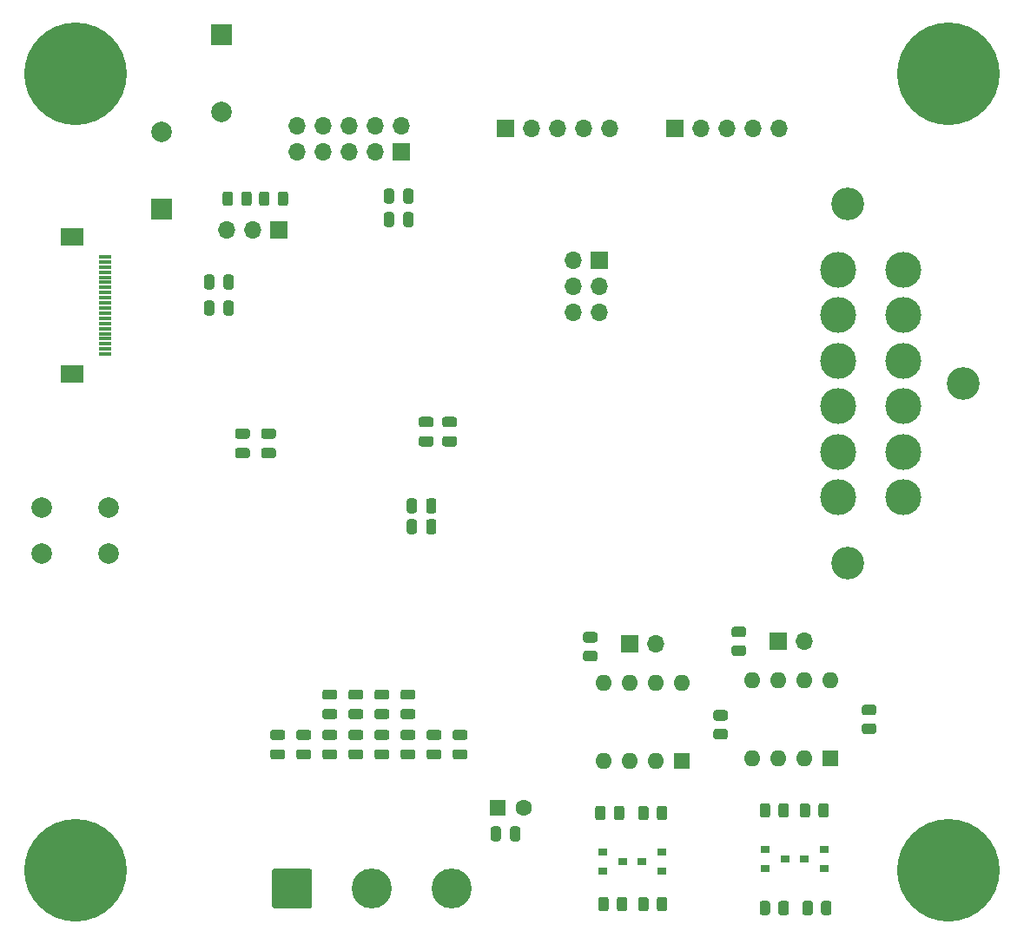
<source format=gbr>
%TF.GenerationSoftware,KiCad,Pcbnew,(5.1.8)-1*%
%TF.CreationDate,2021-11-01T21:13:11+01:00*%
%TF.ProjectId,Dashboard,44617368-626f-4617-9264-2e6b69636164,rev?*%
%TF.SameCoordinates,Original*%
%TF.FileFunction,Soldermask,Bot*%
%TF.FilePolarity,Negative*%
%FSLAX46Y46*%
G04 Gerber Fmt 4.6, Leading zero omitted, Abs format (unit mm)*
G04 Created by KiCad (PCBNEW (5.1.8)-1) date 2021-11-01 21:13:11*
%MOMM*%
%LPD*%
G01*
G04 APERTURE LIST*
%ADD10O,1.700000X1.700000*%
%ADD11R,1.700000X1.700000*%
%ADD12R,1.600000X1.600000*%
%ADD13C,1.600000*%
%ADD14C,10.000000*%
%ADD15C,0.900000*%
%ADD16C,3.900000*%
%ADD17C,3.500000*%
%ADD18C,3.200000*%
%ADD19R,2.200000X1.800000*%
%ADD20R,1.300000X0.300000*%
%ADD21R,0.900000X0.800000*%
%ADD22C,2.000000*%
%ADD23O,1.600000X1.600000*%
%ADD24R,2.000000X2.000000*%
G04 APERTURE END LIST*
D10*
%TO.C,J2*%
X241808000Y-26162000D03*
X239268000Y-26162000D03*
X236728000Y-26162000D03*
X234188000Y-26162000D03*
D11*
X231648000Y-26162000D03*
%TD*%
%TO.C,J1*%
X215138000Y-26162000D03*
D10*
X217678000Y-26162000D03*
X220218000Y-26162000D03*
X222758000Y-26162000D03*
X225298000Y-26162000D03*
%TD*%
D12*
%TO.C,C6*%
X214376000Y-92456000D03*
D13*
X216876000Y-92456000D03*
%TD*%
%TO.C,C1*%
G36*
G01*
X205174000Y-33241000D02*
X205174000Y-32291000D01*
G75*
G02*
X205424000Y-32041000I250000J0D01*
G01*
X205924000Y-32041000D01*
G75*
G02*
X206174000Y-32291000I0J-250000D01*
G01*
X206174000Y-33241000D01*
G75*
G02*
X205924000Y-33491000I-250000J0D01*
G01*
X205424000Y-33491000D01*
G75*
G02*
X205174000Y-33241000I0J250000D01*
G01*
G37*
G36*
G01*
X203274000Y-33241000D02*
X203274000Y-32291000D01*
G75*
G02*
X203524000Y-32041000I250000J0D01*
G01*
X204024000Y-32041000D01*
G75*
G02*
X204274000Y-32291000I0J-250000D01*
G01*
X204274000Y-33241000D01*
G75*
G02*
X204024000Y-33491000I-250000J0D01*
G01*
X203524000Y-33491000D01*
G75*
G02*
X203274000Y-33241000I0J250000D01*
G01*
G37*
%TD*%
%TO.C,C3*%
G36*
G01*
X188648000Y-40673000D02*
X188648000Y-41623000D01*
G75*
G02*
X188398000Y-41873000I-250000J0D01*
G01*
X187898000Y-41873000D01*
G75*
G02*
X187648000Y-41623000I0J250000D01*
G01*
X187648000Y-40673000D01*
G75*
G02*
X187898000Y-40423000I250000J0D01*
G01*
X188398000Y-40423000D01*
G75*
G02*
X188648000Y-40673000I0J-250000D01*
G01*
G37*
G36*
G01*
X186748000Y-40673000D02*
X186748000Y-41623000D01*
G75*
G02*
X186498000Y-41873000I-250000J0D01*
G01*
X185998000Y-41873000D01*
G75*
G02*
X185748000Y-41623000I0J250000D01*
G01*
X185748000Y-40673000D01*
G75*
G02*
X185998000Y-40423000I250000J0D01*
G01*
X186498000Y-40423000D01*
G75*
G02*
X186748000Y-40673000I0J-250000D01*
G01*
G37*
%TD*%
%TO.C,C4*%
G36*
G01*
X213688000Y-95471000D02*
X213688000Y-94521000D01*
G75*
G02*
X213938000Y-94271000I250000J0D01*
G01*
X214438000Y-94271000D01*
G75*
G02*
X214688000Y-94521000I0J-250000D01*
G01*
X214688000Y-95471000D01*
G75*
G02*
X214438000Y-95721000I-250000J0D01*
G01*
X213938000Y-95721000D01*
G75*
G02*
X213688000Y-95471000I0J250000D01*
G01*
G37*
G36*
G01*
X215588000Y-95471000D02*
X215588000Y-94521000D01*
G75*
G02*
X215838000Y-94271000I250000J0D01*
G01*
X216338000Y-94271000D01*
G75*
G02*
X216588000Y-94521000I0J-250000D01*
G01*
X216588000Y-95471000D01*
G75*
G02*
X216338000Y-95721000I-250000J0D01*
G01*
X215838000Y-95721000D01*
G75*
G02*
X215588000Y-95471000I0J250000D01*
G01*
G37*
%TD*%
%TO.C,C5*%
G36*
G01*
X206916000Y-56203000D02*
X207866000Y-56203000D01*
G75*
G02*
X208116000Y-56453000I0J-250000D01*
G01*
X208116000Y-56953000D01*
G75*
G02*
X207866000Y-57203000I-250000J0D01*
G01*
X206916000Y-57203000D01*
G75*
G02*
X206666000Y-56953000I0J250000D01*
G01*
X206666000Y-56453000D01*
G75*
G02*
X206916000Y-56203000I250000J0D01*
G01*
G37*
G36*
G01*
X206916000Y-54303000D02*
X207866000Y-54303000D01*
G75*
G02*
X208116000Y-54553000I0J-250000D01*
G01*
X208116000Y-55053000D01*
G75*
G02*
X207866000Y-55303000I-250000J0D01*
G01*
X206916000Y-55303000D01*
G75*
G02*
X206666000Y-55053000I0J250000D01*
G01*
X206666000Y-54553000D01*
G75*
G02*
X206916000Y-54303000I250000J0D01*
G01*
G37*
%TD*%
%TO.C,C8*%
G36*
G01*
X188648000Y-43213000D02*
X188648000Y-44163000D01*
G75*
G02*
X188398000Y-44413000I-250000J0D01*
G01*
X187898000Y-44413000D01*
G75*
G02*
X187648000Y-44163000I0J250000D01*
G01*
X187648000Y-43213000D01*
G75*
G02*
X187898000Y-42963000I250000J0D01*
G01*
X188398000Y-42963000D01*
G75*
G02*
X188648000Y-43213000I0J-250000D01*
G01*
G37*
G36*
G01*
X186748000Y-43213000D02*
X186748000Y-44163000D01*
G75*
G02*
X186498000Y-44413000I-250000J0D01*
G01*
X185998000Y-44413000D01*
G75*
G02*
X185748000Y-44163000I0J250000D01*
G01*
X185748000Y-43213000D01*
G75*
G02*
X185998000Y-42963000I250000J0D01*
G01*
X186498000Y-42963000D01*
G75*
G02*
X186748000Y-43213000I0J-250000D01*
G01*
G37*
%TD*%
%TO.C,C9*%
G36*
G01*
X205174000Y-35527000D02*
X205174000Y-34577000D01*
G75*
G02*
X205424000Y-34327000I250000J0D01*
G01*
X205924000Y-34327000D01*
G75*
G02*
X206174000Y-34577000I0J-250000D01*
G01*
X206174000Y-35527000D01*
G75*
G02*
X205924000Y-35777000I-250000J0D01*
G01*
X205424000Y-35777000D01*
G75*
G02*
X205174000Y-35527000I0J250000D01*
G01*
G37*
G36*
G01*
X203274000Y-35527000D02*
X203274000Y-34577000D01*
G75*
G02*
X203524000Y-34327000I250000J0D01*
G01*
X204024000Y-34327000D01*
G75*
G02*
X204274000Y-34577000I0J-250000D01*
G01*
X204274000Y-35527000D01*
G75*
G02*
X204024000Y-35777000I-250000J0D01*
G01*
X203524000Y-35777000D01*
G75*
G02*
X203274000Y-35527000I0J250000D01*
G01*
G37*
%TD*%
%TO.C,C10*%
G36*
G01*
X205494000Y-65499000D02*
X205494000Y-64549000D01*
G75*
G02*
X205744000Y-64299000I250000J0D01*
G01*
X206244000Y-64299000D01*
G75*
G02*
X206494000Y-64549000I0J-250000D01*
G01*
X206494000Y-65499000D01*
G75*
G02*
X206244000Y-65749000I-250000J0D01*
G01*
X205744000Y-65749000D01*
G75*
G02*
X205494000Y-65499000I0J250000D01*
G01*
G37*
G36*
G01*
X207394000Y-65499000D02*
X207394000Y-64549000D01*
G75*
G02*
X207644000Y-64299000I250000J0D01*
G01*
X208144000Y-64299000D01*
G75*
G02*
X208394000Y-64549000I0J-250000D01*
G01*
X208394000Y-65499000D01*
G75*
G02*
X208144000Y-65749000I-250000J0D01*
G01*
X207644000Y-65749000D01*
G75*
G02*
X207394000Y-65499000I0J250000D01*
G01*
G37*
%TD*%
%TO.C,C11*%
G36*
G01*
X209202000Y-56203000D02*
X210152000Y-56203000D01*
G75*
G02*
X210402000Y-56453000I0J-250000D01*
G01*
X210402000Y-56953000D01*
G75*
G02*
X210152000Y-57203000I-250000J0D01*
G01*
X209202000Y-57203000D01*
G75*
G02*
X208952000Y-56953000I0J250000D01*
G01*
X208952000Y-56453000D01*
G75*
G02*
X209202000Y-56203000I250000J0D01*
G01*
G37*
G36*
G01*
X209202000Y-54303000D02*
X210152000Y-54303000D01*
G75*
G02*
X210402000Y-54553000I0J-250000D01*
G01*
X210402000Y-55053000D01*
G75*
G02*
X210152000Y-55303000I-250000J0D01*
G01*
X209202000Y-55303000D01*
G75*
G02*
X208952000Y-55053000I0J250000D01*
G01*
X208952000Y-54553000D01*
G75*
G02*
X209202000Y-54303000I250000J0D01*
G01*
G37*
%TD*%
%TO.C,C12*%
G36*
G01*
X189959000Y-56446000D02*
X189009000Y-56446000D01*
G75*
G02*
X188759000Y-56196000I0J250000D01*
G01*
X188759000Y-55696000D01*
G75*
G02*
X189009000Y-55446000I250000J0D01*
G01*
X189959000Y-55446000D01*
G75*
G02*
X190209000Y-55696000I0J-250000D01*
G01*
X190209000Y-56196000D01*
G75*
G02*
X189959000Y-56446000I-250000J0D01*
G01*
G37*
G36*
G01*
X189959000Y-58346000D02*
X189009000Y-58346000D01*
G75*
G02*
X188759000Y-58096000I0J250000D01*
G01*
X188759000Y-57596000D01*
G75*
G02*
X189009000Y-57346000I250000J0D01*
G01*
X189959000Y-57346000D01*
G75*
G02*
X190209000Y-57596000I0J-250000D01*
G01*
X190209000Y-58096000D01*
G75*
G02*
X189959000Y-58346000I-250000J0D01*
G01*
G37*
%TD*%
%TO.C,C13*%
G36*
G01*
X205494000Y-63467000D02*
X205494000Y-62517000D01*
G75*
G02*
X205744000Y-62267000I250000J0D01*
G01*
X206244000Y-62267000D01*
G75*
G02*
X206494000Y-62517000I0J-250000D01*
G01*
X206494000Y-63467000D01*
G75*
G02*
X206244000Y-63717000I-250000J0D01*
G01*
X205744000Y-63717000D01*
G75*
G02*
X205494000Y-63467000I0J250000D01*
G01*
G37*
G36*
G01*
X207394000Y-63467000D02*
X207394000Y-62517000D01*
G75*
G02*
X207644000Y-62267000I250000J0D01*
G01*
X208144000Y-62267000D01*
G75*
G02*
X208394000Y-62517000I0J-250000D01*
G01*
X208394000Y-63467000D01*
G75*
G02*
X208144000Y-63717000I-250000J0D01*
G01*
X207644000Y-63717000D01*
G75*
G02*
X207394000Y-63467000I0J250000D01*
G01*
G37*
%TD*%
%TO.C,C14*%
G36*
G01*
X192499000Y-58346000D02*
X191549000Y-58346000D01*
G75*
G02*
X191299000Y-58096000I0J250000D01*
G01*
X191299000Y-57596000D01*
G75*
G02*
X191549000Y-57346000I250000J0D01*
G01*
X192499000Y-57346000D01*
G75*
G02*
X192749000Y-57596000I0J-250000D01*
G01*
X192749000Y-58096000D01*
G75*
G02*
X192499000Y-58346000I-250000J0D01*
G01*
G37*
G36*
G01*
X192499000Y-56446000D02*
X191549000Y-56446000D01*
G75*
G02*
X191299000Y-56196000I0J250000D01*
G01*
X191299000Y-55696000D01*
G75*
G02*
X191549000Y-55446000I250000J0D01*
G01*
X192499000Y-55446000D01*
G75*
G02*
X192749000Y-55696000I0J-250000D01*
G01*
X192749000Y-56196000D01*
G75*
G02*
X192499000Y-56446000I-250000J0D01*
G01*
G37*
%TD*%
%TO.C,C19*%
G36*
G01*
X193388000Y-85844000D02*
X192438000Y-85844000D01*
G75*
G02*
X192188000Y-85594000I0J250000D01*
G01*
X192188000Y-85094000D01*
G75*
G02*
X192438000Y-84844000I250000J0D01*
G01*
X193388000Y-84844000D01*
G75*
G02*
X193638000Y-85094000I0J-250000D01*
G01*
X193638000Y-85594000D01*
G75*
G02*
X193388000Y-85844000I-250000J0D01*
G01*
G37*
G36*
G01*
X193388000Y-87744000D02*
X192438000Y-87744000D01*
G75*
G02*
X192188000Y-87494000I0J250000D01*
G01*
X192188000Y-86994000D01*
G75*
G02*
X192438000Y-86744000I250000J0D01*
G01*
X193388000Y-86744000D01*
G75*
G02*
X193638000Y-86994000I0J-250000D01*
G01*
X193638000Y-87494000D01*
G75*
G02*
X193388000Y-87744000I-250000J0D01*
G01*
G37*
%TD*%
%TO.C,C20*%
G36*
G01*
X195928000Y-87744000D02*
X194978000Y-87744000D01*
G75*
G02*
X194728000Y-87494000I0J250000D01*
G01*
X194728000Y-86994000D01*
G75*
G02*
X194978000Y-86744000I250000J0D01*
G01*
X195928000Y-86744000D01*
G75*
G02*
X196178000Y-86994000I0J-250000D01*
G01*
X196178000Y-87494000D01*
G75*
G02*
X195928000Y-87744000I-250000J0D01*
G01*
G37*
G36*
G01*
X195928000Y-85844000D02*
X194978000Y-85844000D01*
G75*
G02*
X194728000Y-85594000I0J250000D01*
G01*
X194728000Y-85094000D01*
G75*
G02*
X194978000Y-84844000I250000J0D01*
G01*
X195928000Y-84844000D01*
G75*
G02*
X196178000Y-85094000I0J-250000D01*
G01*
X196178000Y-85594000D01*
G75*
G02*
X195928000Y-85844000I-250000J0D01*
G01*
G37*
%TD*%
%TO.C,C21*%
G36*
G01*
X198468000Y-87744000D02*
X197518000Y-87744000D01*
G75*
G02*
X197268000Y-87494000I0J250000D01*
G01*
X197268000Y-86994000D01*
G75*
G02*
X197518000Y-86744000I250000J0D01*
G01*
X198468000Y-86744000D01*
G75*
G02*
X198718000Y-86994000I0J-250000D01*
G01*
X198718000Y-87494000D01*
G75*
G02*
X198468000Y-87744000I-250000J0D01*
G01*
G37*
G36*
G01*
X198468000Y-85844000D02*
X197518000Y-85844000D01*
G75*
G02*
X197268000Y-85594000I0J250000D01*
G01*
X197268000Y-85094000D01*
G75*
G02*
X197518000Y-84844000I250000J0D01*
G01*
X198468000Y-84844000D01*
G75*
G02*
X198718000Y-85094000I0J-250000D01*
G01*
X198718000Y-85594000D01*
G75*
G02*
X198468000Y-85844000I-250000J0D01*
G01*
G37*
%TD*%
%TO.C,C22*%
G36*
G01*
X201008000Y-87744000D02*
X200058000Y-87744000D01*
G75*
G02*
X199808000Y-87494000I0J250000D01*
G01*
X199808000Y-86994000D01*
G75*
G02*
X200058000Y-86744000I250000J0D01*
G01*
X201008000Y-86744000D01*
G75*
G02*
X201258000Y-86994000I0J-250000D01*
G01*
X201258000Y-87494000D01*
G75*
G02*
X201008000Y-87744000I-250000J0D01*
G01*
G37*
G36*
G01*
X201008000Y-85844000D02*
X200058000Y-85844000D01*
G75*
G02*
X199808000Y-85594000I0J250000D01*
G01*
X199808000Y-85094000D01*
G75*
G02*
X200058000Y-84844000I250000J0D01*
G01*
X201008000Y-84844000D01*
G75*
G02*
X201258000Y-85094000I0J-250000D01*
G01*
X201258000Y-85594000D01*
G75*
G02*
X201008000Y-85844000I-250000J0D01*
G01*
G37*
%TD*%
%TO.C,C23*%
G36*
G01*
X205138000Y-82812000D02*
X206088000Y-82812000D01*
G75*
G02*
X206338000Y-83062000I0J-250000D01*
G01*
X206338000Y-83562000D01*
G75*
G02*
X206088000Y-83812000I-250000J0D01*
G01*
X205138000Y-83812000D01*
G75*
G02*
X204888000Y-83562000I0J250000D01*
G01*
X204888000Y-83062000D01*
G75*
G02*
X205138000Y-82812000I250000J0D01*
G01*
G37*
G36*
G01*
X205138000Y-80912000D02*
X206088000Y-80912000D01*
G75*
G02*
X206338000Y-81162000I0J-250000D01*
G01*
X206338000Y-81662000D01*
G75*
G02*
X206088000Y-81912000I-250000J0D01*
G01*
X205138000Y-81912000D01*
G75*
G02*
X204888000Y-81662000I0J250000D01*
G01*
X204888000Y-81162000D01*
G75*
G02*
X205138000Y-80912000I250000J0D01*
G01*
G37*
%TD*%
%TO.C,C24*%
G36*
G01*
X203548000Y-85844000D02*
X202598000Y-85844000D01*
G75*
G02*
X202348000Y-85594000I0J250000D01*
G01*
X202348000Y-85094000D01*
G75*
G02*
X202598000Y-84844000I250000J0D01*
G01*
X203548000Y-84844000D01*
G75*
G02*
X203798000Y-85094000I0J-250000D01*
G01*
X203798000Y-85594000D01*
G75*
G02*
X203548000Y-85844000I-250000J0D01*
G01*
G37*
G36*
G01*
X203548000Y-87744000D02*
X202598000Y-87744000D01*
G75*
G02*
X202348000Y-87494000I0J250000D01*
G01*
X202348000Y-86994000D01*
G75*
G02*
X202598000Y-86744000I250000J0D01*
G01*
X203548000Y-86744000D01*
G75*
G02*
X203798000Y-86994000I0J-250000D01*
G01*
X203798000Y-87494000D01*
G75*
G02*
X203548000Y-87744000I-250000J0D01*
G01*
G37*
%TD*%
%TO.C,C25*%
G36*
G01*
X202598000Y-80912000D02*
X203548000Y-80912000D01*
G75*
G02*
X203798000Y-81162000I0J-250000D01*
G01*
X203798000Y-81662000D01*
G75*
G02*
X203548000Y-81912000I-250000J0D01*
G01*
X202598000Y-81912000D01*
G75*
G02*
X202348000Y-81662000I0J250000D01*
G01*
X202348000Y-81162000D01*
G75*
G02*
X202598000Y-80912000I250000J0D01*
G01*
G37*
G36*
G01*
X202598000Y-82812000D02*
X203548000Y-82812000D01*
G75*
G02*
X203798000Y-83062000I0J-250000D01*
G01*
X203798000Y-83562000D01*
G75*
G02*
X203548000Y-83812000I-250000J0D01*
G01*
X202598000Y-83812000D01*
G75*
G02*
X202348000Y-83562000I0J250000D01*
G01*
X202348000Y-83062000D01*
G75*
G02*
X202598000Y-82812000I250000J0D01*
G01*
G37*
%TD*%
%TO.C,C26*%
G36*
G01*
X206088000Y-87744000D02*
X205138000Y-87744000D01*
G75*
G02*
X204888000Y-87494000I0J250000D01*
G01*
X204888000Y-86994000D01*
G75*
G02*
X205138000Y-86744000I250000J0D01*
G01*
X206088000Y-86744000D01*
G75*
G02*
X206338000Y-86994000I0J-250000D01*
G01*
X206338000Y-87494000D01*
G75*
G02*
X206088000Y-87744000I-250000J0D01*
G01*
G37*
G36*
G01*
X206088000Y-85844000D02*
X205138000Y-85844000D01*
G75*
G02*
X204888000Y-85594000I0J250000D01*
G01*
X204888000Y-85094000D01*
G75*
G02*
X205138000Y-84844000I250000J0D01*
G01*
X206088000Y-84844000D01*
G75*
G02*
X206338000Y-85094000I0J-250000D01*
G01*
X206338000Y-85594000D01*
G75*
G02*
X206088000Y-85844000I-250000J0D01*
G01*
G37*
%TD*%
%TO.C,C27*%
G36*
G01*
X200058000Y-82812000D02*
X201008000Y-82812000D01*
G75*
G02*
X201258000Y-83062000I0J-250000D01*
G01*
X201258000Y-83562000D01*
G75*
G02*
X201008000Y-83812000I-250000J0D01*
G01*
X200058000Y-83812000D01*
G75*
G02*
X199808000Y-83562000I0J250000D01*
G01*
X199808000Y-83062000D01*
G75*
G02*
X200058000Y-82812000I250000J0D01*
G01*
G37*
G36*
G01*
X200058000Y-80912000D02*
X201008000Y-80912000D01*
G75*
G02*
X201258000Y-81162000I0J-250000D01*
G01*
X201258000Y-81662000D01*
G75*
G02*
X201008000Y-81912000I-250000J0D01*
G01*
X200058000Y-81912000D01*
G75*
G02*
X199808000Y-81662000I0J250000D01*
G01*
X199808000Y-81162000D01*
G75*
G02*
X200058000Y-80912000I250000J0D01*
G01*
G37*
%TD*%
%TO.C,C28*%
G36*
G01*
X208628000Y-85844000D02*
X207678000Y-85844000D01*
G75*
G02*
X207428000Y-85594000I0J250000D01*
G01*
X207428000Y-85094000D01*
G75*
G02*
X207678000Y-84844000I250000J0D01*
G01*
X208628000Y-84844000D01*
G75*
G02*
X208878000Y-85094000I0J-250000D01*
G01*
X208878000Y-85594000D01*
G75*
G02*
X208628000Y-85844000I-250000J0D01*
G01*
G37*
G36*
G01*
X208628000Y-87744000D02*
X207678000Y-87744000D01*
G75*
G02*
X207428000Y-87494000I0J250000D01*
G01*
X207428000Y-86994000D01*
G75*
G02*
X207678000Y-86744000I250000J0D01*
G01*
X208628000Y-86744000D01*
G75*
G02*
X208878000Y-86994000I0J-250000D01*
G01*
X208878000Y-87494000D01*
G75*
G02*
X208628000Y-87744000I-250000J0D01*
G01*
G37*
%TD*%
%TO.C,C29*%
G36*
G01*
X197518000Y-80912000D02*
X198468000Y-80912000D01*
G75*
G02*
X198718000Y-81162000I0J-250000D01*
G01*
X198718000Y-81662000D01*
G75*
G02*
X198468000Y-81912000I-250000J0D01*
G01*
X197518000Y-81912000D01*
G75*
G02*
X197268000Y-81662000I0J250000D01*
G01*
X197268000Y-81162000D01*
G75*
G02*
X197518000Y-80912000I250000J0D01*
G01*
G37*
G36*
G01*
X197518000Y-82812000D02*
X198468000Y-82812000D01*
G75*
G02*
X198718000Y-83062000I0J-250000D01*
G01*
X198718000Y-83562000D01*
G75*
G02*
X198468000Y-83812000I-250000J0D01*
G01*
X197518000Y-83812000D01*
G75*
G02*
X197268000Y-83562000I0J250000D01*
G01*
X197268000Y-83062000D01*
G75*
G02*
X197518000Y-82812000I250000J0D01*
G01*
G37*
%TD*%
%TO.C,C30*%
G36*
G01*
X211168000Y-85844000D02*
X210218000Y-85844000D01*
G75*
G02*
X209968000Y-85594000I0J250000D01*
G01*
X209968000Y-85094000D01*
G75*
G02*
X210218000Y-84844000I250000J0D01*
G01*
X211168000Y-84844000D01*
G75*
G02*
X211418000Y-85094000I0J-250000D01*
G01*
X211418000Y-85594000D01*
G75*
G02*
X211168000Y-85844000I-250000J0D01*
G01*
G37*
G36*
G01*
X211168000Y-87744000D02*
X210218000Y-87744000D01*
G75*
G02*
X209968000Y-87494000I0J250000D01*
G01*
X209968000Y-86994000D01*
G75*
G02*
X210218000Y-86744000I250000J0D01*
G01*
X211168000Y-86744000D01*
G75*
G02*
X211418000Y-86994000I0J-250000D01*
G01*
X211418000Y-87494000D01*
G75*
G02*
X211168000Y-87744000I-250000J0D01*
G01*
G37*
%TD*%
D14*
%TO.C,H1*%
X173228000Y-20828000D03*
D15*
X176978000Y-20828000D03*
X175879650Y-23479650D03*
X173228000Y-24578000D03*
X170576350Y-23479650D03*
X169478000Y-20828000D03*
X170576350Y-18176350D03*
X173228000Y-17078000D03*
X175879650Y-18176350D03*
%TD*%
%TO.C,H2*%
X175879650Y-95900350D03*
X173228000Y-94802000D03*
X170576350Y-95900350D03*
X169478000Y-98552000D03*
X170576350Y-101203650D03*
X173228000Y-102302000D03*
X175879650Y-101203650D03*
X176978000Y-98552000D03*
D14*
X173228000Y-98552000D03*
%TD*%
D15*
%TO.C,H3*%
X260969650Y-18176350D03*
X258318000Y-17078000D03*
X255666350Y-18176350D03*
X254568000Y-20828000D03*
X255666350Y-23479650D03*
X258318000Y-24578000D03*
X260969650Y-23479650D03*
X262068000Y-20828000D03*
D14*
X258318000Y-20828000D03*
%TD*%
%TO.C,H4*%
X258318000Y-98552000D03*
D15*
X262068000Y-98552000D03*
X260969650Y-101203650D03*
X258318000Y-102302000D03*
X255666350Y-101203650D03*
X254568000Y-98552000D03*
X255666350Y-95900350D03*
X258318000Y-94802000D03*
X260969650Y-95900350D03*
%TD*%
%TO.C,J3*%
G36*
G01*
X192360000Y-102029999D02*
X192360000Y-98630001D01*
G75*
G02*
X192610001Y-98380000I250001J0D01*
G01*
X196009999Y-98380000D01*
G75*
G02*
X196260000Y-98630001I0J-250001D01*
G01*
X196260000Y-102029999D01*
G75*
G02*
X196009999Y-102280000I-250001J0D01*
G01*
X192610001Y-102280000D01*
G75*
G02*
X192360000Y-102029999I0J250001D01*
G01*
G37*
D16*
X202110000Y-100330000D03*
X209910000Y-100330000D03*
%TD*%
D17*
%TO.C,J4*%
X253873000Y-39954000D03*
X247523000Y-39954000D03*
X253873000Y-44394000D03*
X247523000Y-44394000D03*
X253873000Y-48834000D03*
X247523000Y-48834000D03*
X253873000Y-53274000D03*
X247523000Y-53274000D03*
X253873000Y-57714000D03*
X247523000Y-57714000D03*
X253873000Y-62154000D03*
X247523000Y-62154000D03*
D18*
X248524000Y-68584000D03*
X248524000Y-33524000D03*
X259763000Y-51054000D03*
%TD*%
D10*
%TO.C,J5*%
X194818000Y-25908000D03*
X194818000Y-28448000D03*
X197358000Y-25908000D03*
X197358000Y-28448000D03*
X199898000Y-25908000D03*
X199898000Y-28448000D03*
X202438000Y-25908000D03*
X202438000Y-28448000D03*
X204978000Y-25908000D03*
D11*
X204978000Y-28448000D03*
%TD*%
D19*
%TO.C,J6*%
X172844000Y-36784000D03*
X172844000Y-50084000D03*
D20*
X176094000Y-48184000D03*
X176094000Y-47684000D03*
X176094000Y-47184000D03*
X176094000Y-46684000D03*
X176094000Y-46184000D03*
X176094000Y-45684000D03*
X176094000Y-45184000D03*
X176094000Y-44684000D03*
X176094000Y-44184000D03*
X176094000Y-43684000D03*
X176094000Y-43184000D03*
X176094000Y-42684000D03*
X176094000Y-42184000D03*
X176094000Y-41684000D03*
X176094000Y-41184000D03*
X176094000Y-40684000D03*
X176094000Y-40184000D03*
X176094000Y-39684000D03*
X176094000Y-39184000D03*
X176094000Y-38684000D03*
%TD*%
D11*
%TO.C,JP1*%
X193040000Y-36068000D03*
D10*
X190500000Y-36068000D03*
X187960000Y-36068000D03*
%TD*%
%TO.C,JP2*%
X229743000Y-76454000D03*
D11*
X227203000Y-76454000D03*
%TD*%
D10*
%TO.C,JP3*%
X244221000Y-76200000D03*
D11*
X241681000Y-76200000D03*
%TD*%
D21*
%TO.C,Q1*%
X230378000Y-96774000D03*
X230378000Y-98674000D03*
X228378000Y-97724000D03*
%TD*%
%TO.C,Q2*%
X224568000Y-98674000D03*
X224568000Y-96774000D03*
X226568000Y-97724000D03*
%TD*%
%TO.C,Q3*%
X244221000Y-97470000D03*
X246221000Y-98420000D03*
X246221000Y-96520000D03*
%TD*%
%TO.C,Q4*%
X242411000Y-97470000D03*
X240411000Y-96520000D03*
X240411000Y-98420000D03*
%TD*%
%TO.C,R5*%
G36*
G01*
X191107000Y-33470001D02*
X191107000Y-32569999D01*
G75*
G02*
X191356999Y-32320000I249999J0D01*
G01*
X191882001Y-32320000D01*
G75*
G02*
X192132000Y-32569999I0J-249999D01*
G01*
X192132000Y-33470001D01*
G75*
G02*
X191882001Y-33720000I-249999J0D01*
G01*
X191356999Y-33720000D01*
G75*
G02*
X191107000Y-33470001I0J249999D01*
G01*
G37*
G36*
G01*
X192932000Y-33470001D02*
X192932000Y-32569999D01*
G75*
G02*
X193181999Y-32320000I249999J0D01*
G01*
X193707001Y-32320000D01*
G75*
G02*
X193957000Y-32569999I0J-249999D01*
G01*
X193957000Y-33470001D01*
G75*
G02*
X193707001Y-33720000I-249999J0D01*
G01*
X193181999Y-33720000D01*
G75*
G02*
X192932000Y-33470001I0J249999D01*
G01*
G37*
%TD*%
%TO.C,R6*%
G36*
G01*
X229865500Y-102304001D02*
X229865500Y-101403999D01*
G75*
G02*
X230115499Y-101154000I249999J0D01*
G01*
X230640501Y-101154000D01*
G75*
G02*
X230890500Y-101403999I0J-249999D01*
G01*
X230890500Y-102304001D01*
G75*
G02*
X230640501Y-102554000I-249999J0D01*
G01*
X230115499Y-102554000D01*
G75*
G02*
X229865500Y-102304001I0J249999D01*
G01*
G37*
G36*
G01*
X228040500Y-102304001D02*
X228040500Y-101403999D01*
G75*
G02*
X228290499Y-101154000I249999J0D01*
G01*
X228815501Y-101154000D01*
G75*
G02*
X229065500Y-101403999I0J-249999D01*
G01*
X229065500Y-102304001D01*
G75*
G02*
X228815501Y-102554000I-249999J0D01*
G01*
X228290499Y-102554000D01*
G75*
G02*
X228040500Y-102304001I0J249999D01*
G01*
G37*
%TD*%
%TO.C,R7*%
G36*
G01*
X225175500Y-101403999D02*
X225175500Y-102304001D01*
G75*
G02*
X224925501Y-102554000I-249999J0D01*
G01*
X224400499Y-102554000D01*
G75*
G02*
X224150500Y-102304001I0J249999D01*
G01*
X224150500Y-101403999D01*
G75*
G02*
X224400499Y-101154000I249999J0D01*
G01*
X224925501Y-101154000D01*
G75*
G02*
X225175500Y-101403999I0J-249999D01*
G01*
G37*
G36*
G01*
X227000500Y-101403999D02*
X227000500Y-102304001D01*
G75*
G02*
X226750501Y-102554000I-249999J0D01*
G01*
X226225499Y-102554000D01*
G75*
G02*
X225975500Y-102304001I0J249999D01*
G01*
X225975500Y-101403999D01*
G75*
G02*
X226225499Y-101154000I249999J0D01*
G01*
X226750501Y-101154000D01*
G75*
G02*
X227000500Y-101403999I0J-249999D01*
G01*
G37*
%TD*%
%TO.C,R8*%
G36*
G01*
X245891000Y-102685001D02*
X245891000Y-101784999D01*
G75*
G02*
X246140999Y-101535000I249999J0D01*
G01*
X246666001Y-101535000D01*
G75*
G02*
X246916000Y-101784999I0J-249999D01*
G01*
X246916000Y-102685001D01*
G75*
G02*
X246666001Y-102935000I-249999J0D01*
G01*
X246140999Y-102935000D01*
G75*
G02*
X245891000Y-102685001I0J249999D01*
G01*
G37*
G36*
G01*
X244066000Y-102685001D02*
X244066000Y-101784999D01*
G75*
G02*
X244315999Y-101535000I249999J0D01*
G01*
X244841001Y-101535000D01*
G75*
G02*
X245091000Y-101784999I0J-249999D01*
G01*
X245091000Y-102685001D01*
G75*
G02*
X244841001Y-102935000I-249999J0D01*
G01*
X244315999Y-102935000D01*
G75*
G02*
X244066000Y-102685001I0J249999D01*
G01*
G37*
%TD*%
%TO.C,R9*%
G36*
G01*
X240923500Y-101784999D02*
X240923500Y-102685001D01*
G75*
G02*
X240673501Y-102935000I-249999J0D01*
G01*
X240148499Y-102935000D01*
G75*
G02*
X239898500Y-102685001I0J249999D01*
G01*
X239898500Y-101784999D01*
G75*
G02*
X240148499Y-101535000I249999J0D01*
G01*
X240673501Y-101535000D01*
G75*
G02*
X240923500Y-101784999I0J-249999D01*
G01*
G37*
G36*
G01*
X242748500Y-101784999D02*
X242748500Y-102685001D01*
G75*
G02*
X242498501Y-102935000I-249999J0D01*
G01*
X241973499Y-102935000D01*
G75*
G02*
X241723500Y-102685001I0J249999D01*
G01*
X241723500Y-101784999D01*
G75*
G02*
X241973499Y-101535000I249999J0D01*
G01*
X242498501Y-101535000D01*
G75*
G02*
X242748500Y-101784999I0J-249999D01*
G01*
G37*
%TD*%
%TO.C,R10*%
G36*
G01*
X189376000Y-33470001D02*
X189376000Y-32569999D01*
G75*
G02*
X189625999Y-32320000I249999J0D01*
G01*
X190151001Y-32320000D01*
G75*
G02*
X190401000Y-32569999I0J-249999D01*
G01*
X190401000Y-33470001D01*
G75*
G02*
X190151001Y-33720000I-249999J0D01*
G01*
X189625999Y-33720000D01*
G75*
G02*
X189376000Y-33470001I0J249999D01*
G01*
G37*
G36*
G01*
X187551000Y-33470001D02*
X187551000Y-32569999D01*
G75*
G02*
X187800999Y-32320000I249999J0D01*
G01*
X188326001Y-32320000D01*
G75*
G02*
X188576000Y-32569999I0J-249999D01*
G01*
X188576000Y-33470001D01*
G75*
G02*
X188326001Y-33720000I-249999J0D01*
G01*
X187800999Y-33720000D01*
G75*
G02*
X187551000Y-33470001I0J249999D01*
G01*
G37*
%TD*%
%TO.C,R11*%
G36*
G01*
X228040500Y-93414001D02*
X228040500Y-92513999D01*
G75*
G02*
X228290499Y-92264000I249999J0D01*
G01*
X228815501Y-92264000D01*
G75*
G02*
X229065500Y-92513999I0J-249999D01*
G01*
X229065500Y-93414001D01*
G75*
G02*
X228815501Y-93664000I-249999J0D01*
G01*
X228290499Y-93664000D01*
G75*
G02*
X228040500Y-93414001I0J249999D01*
G01*
G37*
G36*
G01*
X229865500Y-93414001D02*
X229865500Y-92513999D01*
G75*
G02*
X230115499Y-92264000I249999J0D01*
G01*
X230640501Y-92264000D01*
G75*
G02*
X230890500Y-92513999I0J-249999D01*
G01*
X230890500Y-93414001D01*
G75*
G02*
X230640501Y-93664000I-249999J0D01*
G01*
X230115499Y-93664000D01*
G75*
G02*
X229865500Y-93414001I0J249999D01*
G01*
G37*
%TD*%
%TO.C,R12*%
G36*
G01*
X226723000Y-92513999D02*
X226723000Y-93414001D01*
G75*
G02*
X226473001Y-93664000I-249999J0D01*
G01*
X225947999Y-93664000D01*
G75*
G02*
X225698000Y-93414001I0J249999D01*
G01*
X225698000Y-92513999D01*
G75*
G02*
X225947999Y-92264000I249999J0D01*
G01*
X226473001Y-92264000D01*
G75*
G02*
X226723000Y-92513999I0J-249999D01*
G01*
G37*
G36*
G01*
X224898000Y-92513999D02*
X224898000Y-93414001D01*
G75*
G02*
X224648001Y-93664000I-249999J0D01*
G01*
X224122999Y-93664000D01*
G75*
G02*
X223873000Y-93414001I0J249999D01*
G01*
X223873000Y-92513999D01*
G75*
G02*
X224122999Y-92264000I249999J0D01*
G01*
X224648001Y-92264000D01*
G75*
G02*
X224898000Y-92513999I0J-249999D01*
G01*
G37*
%TD*%
%TO.C,R13*%
G36*
G01*
X243788500Y-93160001D02*
X243788500Y-92259999D01*
G75*
G02*
X244038499Y-92010000I249999J0D01*
G01*
X244563501Y-92010000D01*
G75*
G02*
X244813500Y-92259999I0J-249999D01*
G01*
X244813500Y-93160001D01*
G75*
G02*
X244563501Y-93410000I-249999J0D01*
G01*
X244038499Y-93410000D01*
G75*
G02*
X243788500Y-93160001I0J249999D01*
G01*
G37*
G36*
G01*
X245613500Y-93160001D02*
X245613500Y-92259999D01*
G75*
G02*
X245863499Y-92010000I249999J0D01*
G01*
X246388501Y-92010000D01*
G75*
G02*
X246638500Y-92259999I0J-249999D01*
G01*
X246638500Y-93160001D01*
G75*
G02*
X246388501Y-93410000I-249999J0D01*
G01*
X245863499Y-93410000D01*
G75*
G02*
X245613500Y-93160001I0J249999D01*
G01*
G37*
%TD*%
%TO.C,R14*%
G36*
G01*
X242748500Y-92259999D02*
X242748500Y-93160001D01*
G75*
G02*
X242498501Y-93410000I-249999J0D01*
G01*
X241973499Y-93410000D01*
G75*
G02*
X241723500Y-93160001I0J249999D01*
G01*
X241723500Y-92259999D01*
G75*
G02*
X241973499Y-92010000I249999J0D01*
G01*
X242498501Y-92010000D01*
G75*
G02*
X242748500Y-92259999I0J-249999D01*
G01*
G37*
G36*
G01*
X240923500Y-92259999D02*
X240923500Y-93160001D01*
G75*
G02*
X240673501Y-93410000I-249999J0D01*
G01*
X240148499Y-93410000D01*
G75*
G02*
X239898500Y-93160001I0J249999D01*
G01*
X239898500Y-92259999D01*
G75*
G02*
X240148499Y-92010000I249999J0D01*
G01*
X240673501Y-92010000D01*
G75*
G02*
X240923500Y-92259999I0J-249999D01*
G01*
G37*
%TD*%
%TO.C,R15*%
G36*
G01*
X251021001Y-83420000D02*
X250120999Y-83420000D01*
G75*
G02*
X249871000Y-83170001I0J249999D01*
G01*
X249871000Y-82644999D01*
G75*
G02*
X250120999Y-82395000I249999J0D01*
G01*
X251021001Y-82395000D01*
G75*
G02*
X251271000Y-82644999I0J-249999D01*
G01*
X251271000Y-83170001D01*
G75*
G02*
X251021001Y-83420000I-249999J0D01*
G01*
G37*
G36*
G01*
X251021001Y-85245000D02*
X250120999Y-85245000D01*
G75*
G02*
X249871000Y-84995001I0J249999D01*
G01*
X249871000Y-84469999D01*
G75*
G02*
X250120999Y-84220000I249999J0D01*
G01*
X251021001Y-84220000D01*
G75*
G02*
X251271000Y-84469999I0J-249999D01*
G01*
X251271000Y-84995001D01*
G75*
G02*
X251021001Y-85245000I-249999J0D01*
G01*
G37*
%TD*%
%TO.C,R16*%
G36*
G01*
X236543001Y-83951500D02*
X235642999Y-83951500D01*
G75*
G02*
X235393000Y-83701501I0J249999D01*
G01*
X235393000Y-83176499D01*
G75*
G02*
X235642999Y-82926500I249999J0D01*
G01*
X236543001Y-82926500D01*
G75*
G02*
X236793000Y-83176499I0J-249999D01*
G01*
X236793000Y-83701501D01*
G75*
G02*
X236543001Y-83951500I-249999J0D01*
G01*
G37*
G36*
G01*
X236543001Y-85776500D02*
X235642999Y-85776500D01*
G75*
G02*
X235393000Y-85526501I0J249999D01*
G01*
X235393000Y-85001499D01*
G75*
G02*
X235642999Y-84751500I249999J0D01*
G01*
X236543001Y-84751500D01*
G75*
G02*
X236793000Y-85001499I0J-249999D01*
G01*
X236793000Y-85526501D01*
G75*
G02*
X236543001Y-85776500I-249999J0D01*
G01*
G37*
%TD*%
%TO.C,R17*%
G36*
G01*
X222942999Y-75306500D02*
X223843001Y-75306500D01*
G75*
G02*
X224093000Y-75556499I0J-249999D01*
G01*
X224093000Y-76081501D01*
G75*
G02*
X223843001Y-76331500I-249999J0D01*
G01*
X222942999Y-76331500D01*
G75*
G02*
X222693000Y-76081501I0J249999D01*
G01*
X222693000Y-75556499D01*
G75*
G02*
X222942999Y-75306500I249999J0D01*
G01*
G37*
G36*
G01*
X222942999Y-77131500D02*
X223843001Y-77131500D01*
G75*
G02*
X224093000Y-77381499I0J-249999D01*
G01*
X224093000Y-77906501D01*
G75*
G02*
X223843001Y-78156500I-249999J0D01*
G01*
X222942999Y-78156500D01*
G75*
G02*
X222693000Y-77906501I0J249999D01*
G01*
X222693000Y-77381499D01*
G75*
G02*
X222942999Y-77131500I249999J0D01*
G01*
G37*
%TD*%
%TO.C,R18*%
G36*
G01*
X237420999Y-74775000D02*
X238321001Y-74775000D01*
G75*
G02*
X238571000Y-75024999I0J-249999D01*
G01*
X238571000Y-75550001D01*
G75*
G02*
X238321001Y-75800000I-249999J0D01*
G01*
X237420999Y-75800000D01*
G75*
G02*
X237171000Y-75550001I0J249999D01*
G01*
X237171000Y-75024999D01*
G75*
G02*
X237420999Y-74775000I249999J0D01*
G01*
G37*
G36*
G01*
X237420999Y-76600000D02*
X238321001Y-76600000D01*
G75*
G02*
X238571000Y-76849999I0J-249999D01*
G01*
X238571000Y-77375001D01*
G75*
G02*
X238321001Y-77625000I-249999J0D01*
G01*
X237420999Y-77625000D01*
G75*
G02*
X237171000Y-77375001I0J249999D01*
G01*
X237171000Y-76849999D01*
G75*
G02*
X237420999Y-76600000I249999J0D01*
G01*
G37*
%TD*%
D22*
%TO.C,SW1*%
X169926000Y-67619000D03*
X169926000Y-63119000D03*
X176426000Y-67619000D03*
X176426000Y-63119000D03*
%TD*%
D23*
%TO.C,U2*%
X232283000Y-80264000D03*
X224663000Y-87884000D03*
X229743000Y-80264000D03*
X227203000Y-87884000D03*
X227203000Y-80264000D03*
X229743000Y-87884000D03*
X224663000Y-80264000D03*
D12*
X232283000Y-87884000D03*
%TD*%
%TO.C,U3*%
X246761000Y-87630000D03*
D23*
X239141000Y-80010000D03*
X244221000Y-87630000D03*
X241681000Y-80010000D03*
X241681000Y-87630000D03*
X244221000Y-80010000D03*
X239141000Y-87630000D03*
X246761000Y-80010000D03*
%TD*%
D22*
%TO.C,C16*%
X181610000Y-26536000D03*
D24*
X181610000Y-34036000D03*
%TD*%
%TO.C,C18*%
X187452000Y-17018000D03*
D22*
X187452000Y-24518000D03*
%TD*%
D11*
%TO.C,J7*%
X224282000Y-38989000D03*
D10*
X221742000Y-38989000D03*
X224282000Y-41529000D03*
X221742000Y-41529000D03*
X224282000Y-44069000D03*
X221742000Y-44069000D03*
%TD*%
M02*

</source>
